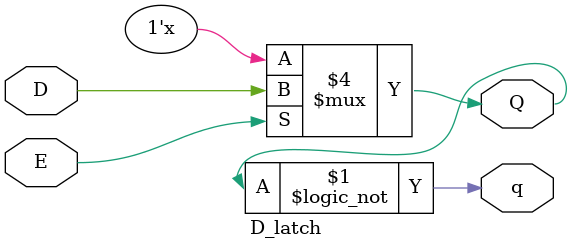
<source format=v>
module D_latch (
    input E,
    input D,
    output Q,
    output q
);
reg Q;
assign q=!Q;
    always @(E or D) begin
        if (E) begin
            Q<=D;
        end else begin
            Q<=Q;
        end
    end
endmodule
</source>
